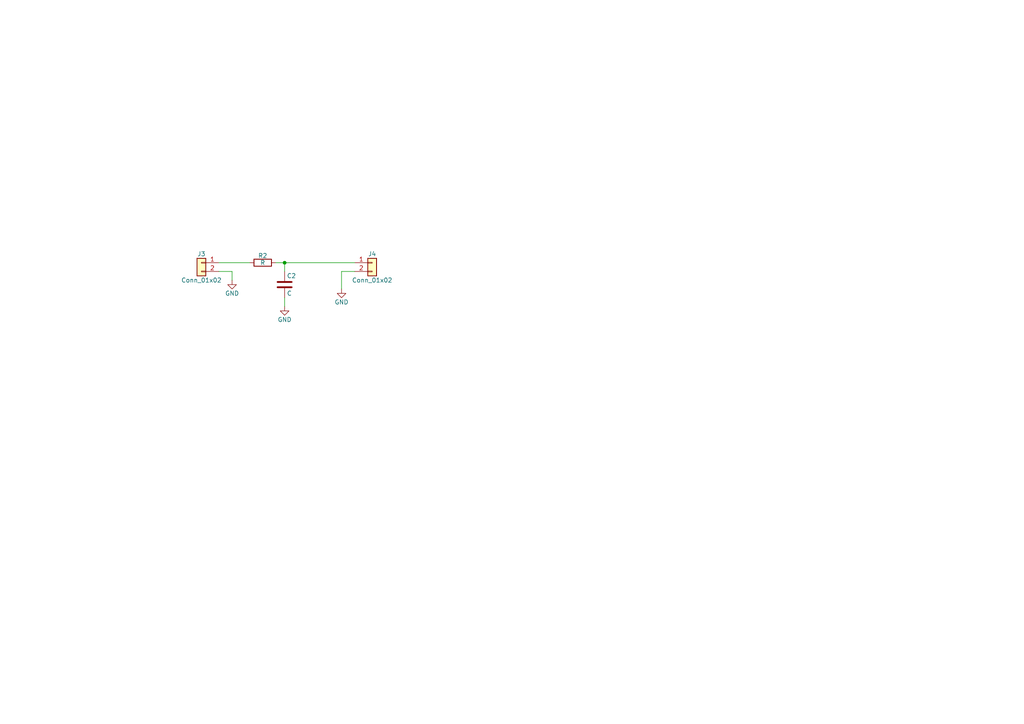
<source format=kicad_sch>
(kicad_sch (version 20211123) (generator eeschema)
  (paper "A4")
  (lib_symbols
    (symbol "Connector_Generic:Conn_01x02" (pin_names (offset 1.016) hide)
      (property "Reference" "J" (at 0 2.54 0))
      (property "Value" "Conn_01x02" (at 0 -5.08 0))
      (symbol "Conn_01x02_1_1"
        (rectangle (start -1.27 -2.413) (end 0 -2.667) (stroke (width 0.1524)))
        (rectangle (start -1.27 0.127) (end 0 -0.127) (stroke (width 0.1524)))
        (rectangle (start -1.27 1.27) (end 1.27 -3.81) (stroke (width 0.254)) (fill (type background)))
        (pin passive line (at -5.08 0 0) (length 3.81) (name "Pin_1") (number "1"))
        (pin passive line (at -5.08 -2.54 0) (length 3.81) (name "Pin_2") (number "2"))
      )
    )
    (symbol "Device:C" (pin_numbers hide) (pin_names (offset 0.254))
      (property "Reference" "C" (at 0.635 2.54 0))
      (property "Value" "C" (at 0.635 -2.54 0))
      (symbol "C_0_1"
        (polyline (pts (xy -2.032 -0.762) (xy 2.032 -0.762)) (stroke (width 0.508)))
        (polyline (pts (xy -2.032 0.762) (xy 2.032 0.762)) (stroke (width 0.508)))
      )
      (symbol "C_1_1"
        (pin passive line (at 0 3.81 270) (length 2.794) (name "~") (number "1"))
        (pin passive line (at 0 -3.81 90) (length 2.794) (name "~") (number "2"))
      )
    )
    (symbol "Device:R" (pin_numbers hide) (pin_names (offset 0))
      (property "Reference" "R" (at 2.032 0 90))
      (property "Value" "R" (at 0 0 90))
      (symbol "R_0_1"
        (rectangle (start -1.016 -2.54) (end 1.016 2.54) (stroke (width 0.254)))
      )
      (symbol "R_1_1"
        (pin passive line (at 0 3.81 270) (length 1.27) (name "~") (number "1"))
        (pin passive line (at 0 -3.81 90) (length 1.27) (name "~") (number "2"))
      )
    )
    (symbol "power:GND" (power) (pin_names (offset 0))
      (property "Value" "GND" (at 0 -3.81 0))
      (symbol "GND_0_1"
        (polyline (pts (xy 0 0) (xy 0 -1.27) (xy 1.27 -1.27) (xy 0 -2.54) (xy -1.27 -1.27) (xy 0 -1.27)))
      )
      (symbol "GND_1_1"
        (pin power_in line (at 0 0 270) (length 0) hide (name "GND") (number "1"))
      )
    )
  )
  (junction (at 82.55 76.2))
  (wire (pts (xy 82.55 86.36) (xy 82.55 88.9)))
  (wire (pts (xy 99.06 78.74) (xy 102.87 78.74)))
  (wire (pts (xy 67.31 78.74) (xy 63.5 78.74)))
  (wire (pts (xy 99.06 83.82) (xy 99.06 78.74)))
  (wire (pts (xy 80.01 76.2) (xy 82.55 76.2)))
  (wire (pts (xy 82.55 76.2) (xy 102.87 76.2)))
  (wire (pts (xy 63.5 76.2) (xy 72.39 76.2)))
  (wire (pts (xy 82.55 76.2) (xy 82.55 78.74)))
  (wire (pts (xy 67.31 81.28) (xy 67.31 78.74)))
  (symbol (lib_id "power:GND") (at 67.31 81.28 0) (unit 1)
    (property "Reference" "#PWR08" (effects hide))
    (property "Value" "GND" (at 67.31 85.09 0))
  )
  (symbol (lib_id "power:GND") (at 99.06 83.82 0) (unit 1)
    (property "Reference" "#PWR010" (effects hide))
    (property "Value" "GND" (at 99.06 87.63 0))
  )
  (symbol (lib_id "power:GND") (at 82.55 88.9 0) (unit 1)
    (property "Reference" "#PWR09" (effects hide))
    (property "Value" "GND" (at 82.55 92.71 0))
  )
  (symbol (lib_id "Device:R") (at 76.2 76.2 90) (unit 1)
    (property "Reference" "R2" (at 76.2 74.168 90))
    (property "Value" "R" (at 76.2 76.2 90))
    (property "Footprint" "Resistor_SMD:R_1206_3216Metric_Pad1.30x1.75mm_HandSolder" (effects hide))
  )
  (symbol (lib_id "Connector_Generic:Conn_01x02") (at 58.42 76.2 0) (mirror y) (unit 1)
    (property "Reference" "J3" (at 58.42 73.66 0))
    (property "Value" "Conn_01x02" (at 58.42 81.28 0))
    (property "Footprint" "Connector_PinHeader_2.54mm:PinHeader_1x02_P2.54mm_Vertical" (effects hide))
  )
  (symbol (lib_id "Connector_Generic:Conn_01x02") (at 107.95 76.2 0) (unit 1)
    (property "Reference" "J4" (at 107.95 73.66 0))
    (property "Value" "Conn_01x02" (at 107.95 81.28 0))
    (property "Footprint" "Connector_PinHeader_2.00mm:PinHeader_1x02_P2.00mm_Vertical" (effects hide))
  )
  (symbol (lib_id "Device:C") (at 82.55 82.55 0) (unit 1)
    (property "Reference" "C2" (at 83.185 80.01 0) (effects (justify left)))
    (property "Value" "C" (at 83.185 85.09 0) (effects (justify left)))
    (property "Footprint" "Capacitor_SMD:C_0805_2012Metric" (effects hide))
  )
)
</source>
